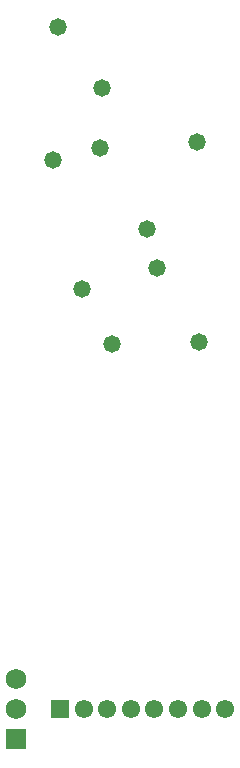
<source format=gbr>
G04*
G04 #@! TF.GenerationSoftware,Altium Limited,Altium Designer,22.11.1 (43)*
G04*
G04 Layer_Color=16711935*
%FSLAX44Y44*%
%MOMM*%
G71*
G04*
G04 #@! TF.SameCoordinates,85B5D84A-ABF2-449B-B7EE-03817192F5BC*
G04*
G04*
G04 #@! TF.FilePolarity,Negative*
G04*
G01*
G75*
%ADD44R,1.7532X1.7532*%
%ADD45C,1.7532*%
%ADD46C,1.5532*%
%ADD47R,1.5532X1.5532*%
%ADD48C,1.4732*%
D44*
X17780Y104140D02*
D03*
D45*
Y129540D02*
D03*
Y154940D02*
D03*
D46*
X194930Y129540D02*
D03*
X174930D02*
D03*
X154930D02*
D03*
X134930D02*
D03*
X114930D02*
D03*
X94930D02*
D03*
X74930D02*
D03*
D47*
X54930D02*
D03*
D48*
X90805Y655320D02*
D03*
X137440Y502920D02*
D03*
X172720Y440690D02*
D03*
X98856Y438947D02*
D03*
X73660Y485140D02*
D03*
X171072Y609932D02*
D03*
X53522Y707626D02*
D03*
X49120Y594451D02*
D03*
X128270Y535940D02*
D03*
X88900Y604880D02*
D03*
M02*

</source>
